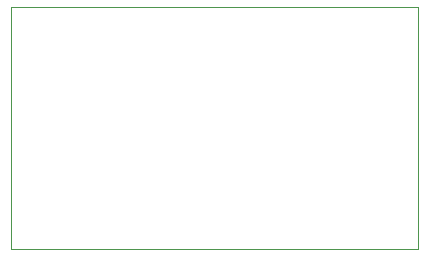
<source format=gm1>
G04 #@! TF.GenerationSoftware,KiCad,Pcbnew,8.0.9-8.0.9-0~ubuntu24.04.1*
G04 #@! TF.CreationDate,2025-11-28T17:15:43+00:00*
G04 #@! TF.ProjectId,greenenergyecu,67726565-6e65-46e6-9572-67796563752e,rev?*
G04 #@! TF.SameCoordinates,Original*
G04 #@! TF.FileFunction,Profile,NP*
%FSLAX46Y46*%
G04 Gerber Fmt 4.6, Leading zero omitted, Abs format (unit mm)*
G04 Created by KiCad (PCBNEW 8.0.9-8.0.9-0~ubuntu24.04.1) date 2025-11-28 17:15:43*
%MOMM*%
%LPD*%
G01*
G04 APERTURE LIST*
G04 #@! TA.AperFunction,Profile*
%ADD10C,0.050000*%
G04 #@! TD*
G04 APERTURE END LIST*
D10*
X-1000000Y960000D02*
X33500000Y960000D01*
X33500000Y-19540000D01*
X-1000000Y-19540000D01*
X-1000000Y960000D01*
M02*

</source>
